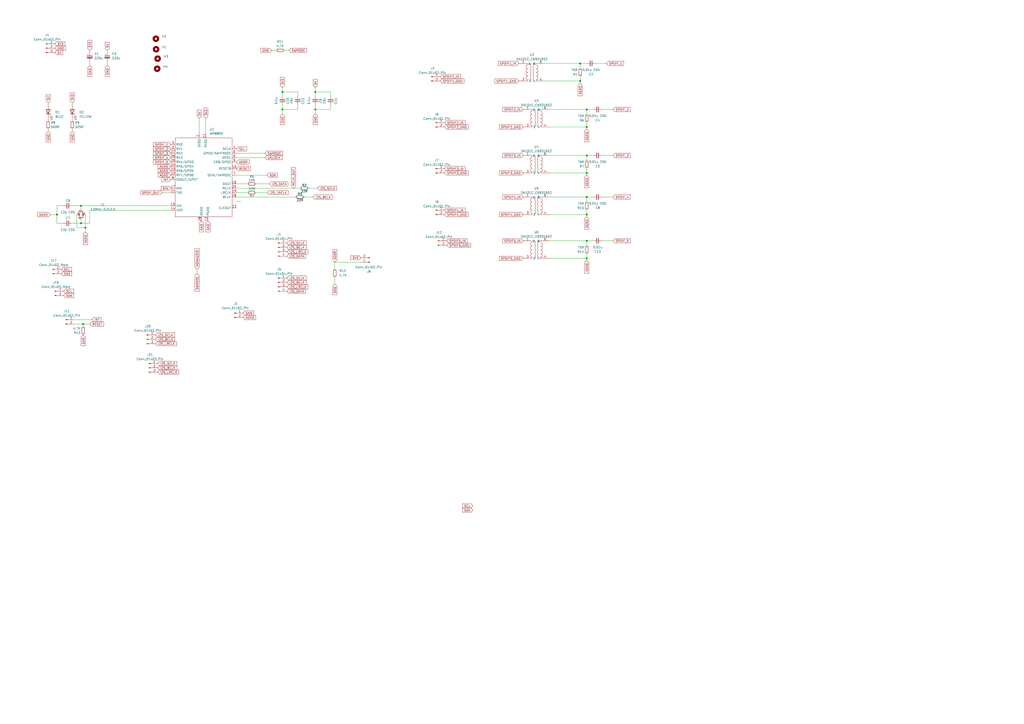
<source format=kicad_sch>
(kicad_sch (version 20231120) (generator "eeschema") (generator_version "8.0")
  (paper "A2")
  (lib_symbols
    (symbol "Connector:Conn_01x02_Pin" (pin_names (offset 1.016) hide)
      (property "Reference" "J" (at 0 2.54 0))
      (property "Value" "Conn_01x02_Pin" (at 0 -5.08 0))
      (symbol "Conn_01x02_Pin_1_1"
        (polyline (pts (xy 1.27 -2.54) (xy 0.8636 -2.54)) (stroke (width 0.1524)))
        (polyline (pts (xy 1.27 0) (xy 0.8636 0)) (stroke (width 0.1524)))
        (rectangle (start 0.8636 -2.413) (end 0 -2.667) (stroke (width 0.1524)) (fill (type outline)))
        (rectangle (start 0.8636 0.127) (end 0 -0.127) (stroke (width 0.1524)) (fill (type outline)))
        (pin passive line (at 5.08 0 180) (length 3.81) (name "Pin_1") (number "1"))
        (pin passive line (at 5.08 -2.54 180) (length 3.81) (name "Pin_2") (number "2"))
      )
    )
    (symbol "Connector:Conn_01x03_Pin" (pin_names (offset 1.016) hide)
      (property "Reference" "J" (at 0 5.08 0))
      (property "Value" "Conn_01x03_Pin" (at 0 -5.08 0))
      (symbol "Conn_01x03_Pin_1_1"
        (polyline (pts (xy 1.27 -2.54) (xy 0.8636 -2.54)) (stroke (width 0.1524)))
        (polyline (pts (xy 1.27 0) (xy 0.8636 0)) (stroke (width 0.1524)))
        (polyline (pts (xy 1.27 2.54) (xy 0.8636 2.54)) (stroke (width 0.1524)))
        (rectangle (start 0.8636 -2.413) (end 0 -2.667) (stroke (width 0.1524)) (fill (type outline)))
        (rectangle (start 0.8636 0.127) (end 0 -0.127) (stroke (width 0.1524)) (fill (type outline)))
        (rectangle (start 0.8636 2.667) (end 0 2.413) (stroke (width 0.1524)) (fill (type outline)))
        (pin passive line (at 5.08 2.54 180) (length 3.81) (name "Pin_1") (number "1"))
        (pin passive line (at 5.08 0 180) (length 3.81) (name "Pin_2") (number "2"))
        (pin passive line (at 5.08 -2.54 180) (length 3.81) (name "Pin_3") (number "3"))
      )
    )
    (symbol "Connector:Conn_01x04_Pin" (pin_names (offset 1.016) hide)
      (property "Reference" "J" (at 0 5.08 0))
      (property "Value" "Conn_01x04_Pin" (at 0 -7.62 0))
      (symbol "Conn_01x04_Pin_1_1"
        (polyline (pts (xy 1.27 -5.08) (xy 0.8636 -5.08)) (stroke (width 0.1524)))
        (polyline (pts (xy 1.27 -2.54) (xy 0.8636 -2.54)) (stroke (width 0.1524)))
        (polyline (pts (xy 1.27 0) (xy 0.8636 0)) (stroke (width 0.1524)))
        (polyline (pts (xy 1.27 2.54) (xy 0.8636 2.54)) (stroke (width 0.1524)))
        (rectangle (start 0.8636 -4.953) (end 0 -5.207) (stroke (width 0.1524)) (fill (type outline)))
        (rectangle (start 0.8636 -2.413) (end 0 -2.667) (stroke (width 0.1524)) (fill (type outline)))
        (rectangle (start 0.8636 0.127) (end 0 -0.127) (stroke (width 0.1524)) (fill (type outline)))
        (rectangle (start 0.8636 2.667) (end 0 2.413) (stroke (width 0.1524)) (fill (type outline)))
        (pin passive line (at 5.08 2.54 180) (length 3.81) (name "Pin_1") (number "1"))
        (pin passive line (at 5.08 0 180) (length 3.81) (name "Pin_2") (number "2"))
        (pin passive line (at 5.08 -2.54 180) (length 3.81) (name "Pin_3") (number "3"))
        (pin passive line (at 5.08 -5.08 180) (length 3.81) (name "Pin_4") (number "4"))
      )
    )
    (symbol "Custom:WM8805"
      (property "Reference" "U" (at 0 0 0))
      (property "Value" "WM8805" (at 0 0 0))
      (symbol "WM8805_0_1"
        (rectangle (start -16.51 54.61) (end 16.51 8.89))
      )
      (symbol "WM8805_1_1"
        (pin input line (at -2.54 57.15 270) (length 2.54) (name "DVDD") (number "1"))
        (pin input line (at 19.05 36.83 180) (length 2.54) (name "RESETB") (number "10"))
        (pin input line (at 1.27 57.15 270) (length 2.54) (name "PVDD") (number "11"))
        (pin input line (at 2.54 6.35 90) (length 2.54) (name "PGND") (number "12"))
        (pin input line (at 19.05 13.97 180) (length 2.54) (name "CLKOUT") (number "13"))
        (pin input line (at -19.05 12.7 0) (length 2.54) (name "XOP") (number "14"))
        (pin input line (at -19.05 15.24 0) (length 2.54) (name "XIN") (number "15"))
        (pin input line (at 19.05 27.94 180) (length 2.54) (name "DOUT") (number "16"))
        (pin input line (at -19.05 25.4 0) (length 2.54) (name "DIN") (number "17"))
        (pin input line (at 19.05 20.32 180) (length 2.54) (name "BCLK") (number "18"))
        (pin input line (at 19.05 22.86 180) (length 2.54) (name "LRCLK") (number "19"))
        (pin input line (at -19.05 48.26 0) (length 2.54) (name "RX1") (number "2"))
        (pin input line (at 19.05 25.4 180) (length 2.54) (name "MCLK") (number "20"))
        (pin input line (at -19.05 22.86 0) (length 2.54) (name "TX0") (number "21"))
        (pin input line (at -19.05 33.02 0) (length 2.54) (name "RX7/GPO6") (number "22"))
        (pin input line (at -19.05 35.56 0) (length 2.54) (name "RX6/GPO5") (number "23"))
        (pin input line (at -19.05 38.1 0) (length 2.54) (name "RX5/GPO4") (number "24"))
        (pin input line (at -19.05 40.64 0) (length 2.54) (name "RX4/GPO3") (number "25"))
        (pin input line (at -19.05 43.18 0) (length 2.54) (name "RX3") (number "26"))
        (pin input line (at -19.05 45.72 0) (length 2.54) (name "RX2") (number "27"))
        (pin input line (at -1.27 6.35 90) (length 2.54) (name "DGND") (number "28"))
        (pin input line (at -19.05 50.8 0) (length 2.54) (name "RX0") (number "3"))
        (pin input line (at 19.05 48.26 180) (length 2.54) (name "SCLK") (number "4"))
        (pin input line (at 19.05 45.72 180) (length 2.54) (name "GPO0/SWIFMODE") (number "5"))
        (pin input line (at 19.05 43.18 180) (length 2.54) (name "GPO1") (number "6"))
        (pin input line (at 19.05 33.02 180) (length 2.54) (name "SDIN/HWMODE") (number "7"))
        (pin input line (at -19.05 30.48 0) (length 2.54) (name "SDOUT/GPO7") (number "8"))
        (pin input line (at 19.05 40.64 180) (length 2.54) (name "CSB/GPO2") (number "9"))
      )
    )
    (symbol "Device:C_Polarized_Small" (pin_numbers hide) (pin_names (offset 0.254) hide)
      (property "Reference" "C" (at 0.254 1.778 0))
      (property "Value" "C_Polarized_Small" (at 0.254 -2.032 0))
      (symbol "C_Polarized_Small_0_1"
        (rectangle (start -1.524 -0.3048) (end 1.524 -0.6858) (fill (type outline)))
        (rectangle (start -1.524 0.6858) (end 1.524 0.3048))
        (polyline (pts (xy -1.27 1.524) (xy -0.762 1.524)))
        (polyline (pts (xy -1.016 1.27) (xy -1.016 1.778)))
      )
      (symbol "C_Polarized_Small_1_1"
        (pin passive line (at 0 2.54 270) (length 1.8542) (name "~") (number "1"))
        (pin passive line (at 0 -2.54 90) (length 1.8542) (name "~") (number "2"))
      )
    )
    (symbol "Device:C_Small" (pin_numbers hide) (pin_names (offset 0.254) hide)
      (property "Reference" "C" (at 0.254 1.778 0))
      (property "Value" "C_Small" (at 0.254 -2.032 0))
      (symbol "C_Small_0_1"
        (polyline (pts (xy -1.524 -0.508) (xy 1.524 -0.508)) (stroke (width 0.3302)))
        (polyline (pts (xy -1.524 0.508) (xy 1.524 0.508)) (stroke (width 0.3048)))
      )
      (symbol "C_Small_1_1"
        (pin passive line (at 0 2.54 270) (length 2.032) (name "~") (number "1"))
        (pin passive line (at 0 -2.54 90) (length 2.032) (name "~") (number "2"))
      )
    )
    (symbol "Device:Crystal_GND24_Small" (pin_names (offset 1.016) hide)
      (property "Reference" "Y" (at 1.27 4.445 0))
      (property "Value" "Crystal_GND24_Small" (at 1.27 2.54 0))
      (symbol "Crystal_GND24_Small_0_1"
        (rectangle (start -0.762 -1.524) (end 0.762 1.524))
        (polyline (pts (xy -1.27 -0.762) (xy -1.27 0.762)) (stroke (width 0.381)))
        (polyline (pts (xy 1.27 -0.762) (xy 1.27 0.762)) (stroke (width 0.381)))
        (polyline (pts (xy -1.27 -1.27) (xy -1.27 -1.905) (xy 1.27 -1.905) (xy 1.27 -1.27)))
        (polyline (pts (xy -1.27 1.27) (xy -1.27 1.905) (xy 1.27 1.905) (xy 1.27 1.27)))
      )
      (symbol "Crystal_GND24_Small_1_1"
        (pin passive line (at -2.54 0 0) (length 1.27) (name "1") (number "1"))
        (pin passive line (at 0 -2.54 90) (length 0.635) (name "2") (number "2"))
        (pin passive line (at 2.54 0 180) (length 1.27) (name "3") (number "3"))
        (pin passive line (at 0 2.54 270) (length 0.635) (name "4") (number "4"))
      )
    )
    (symbol "Device:LED" (pin_numbers hide) (pin_names (offset 1.016) hide)
      (property "Reference" "D" (at 0 2.54 0))
      (property "Value" "LED" (at 0 -2.54 0))
      (symbol "LED_0_1"
        (polyline (pts (xy -1.27 -1.27) (xy -1.27 1.27)) (stroke (width 0.254)))
        (polyline (pts (xy -1.27 0) (xy 1.27 0)))
        (polyline (pts (xy 1.27 -1.27) (xy 1.27 1.27) (xy -1.27 0) (xy 1.27 -1.27)) (stroke (width 0.254)))
        (polyline (pts (xy -3.048 -0.762) (xy -4.572 -2.286) (xy -3.81 -2.286) (xy -4.572 -2.286) (xy -4.572 -1.524)))
        (polyline (pts (xy -1.778 -0.762) (xy -3.302 -2.286) (xy -2.54 -2.286) (xy -3.302 -2.286) (xy -3.302 -1.524)))
      )
      (symbol "LED_1_1"
        (pin passive line (at -3.81 0 0) (length 2.54) (name "K") (number "1"))
        (pin passive line (at 3.81 0 180) (length 2.54) (name "A") (number "2"))
      )
    )
    (symbol "Device:R_Small" (pin_numbers hide) (pin_names (offset 0.254) hide)
      (property "Reference" "R" (at 0.762 0.508 0))
      (property "Value" "R_Small" (at 0.762 -1.016 0))
      (symbol "R_Small_0_1"
        (rectangle (start -0.762 1.778) (end 0.762 -1.778) (stroke (width 0.2032)))
      )
      (symbol "R_Small_1_1"
        (pin passive line (at 0 2.54 270) (length 0.762) (name "~") (number "1"))
        (pin passive line (at 0 -2.54 90) (length 0.762) (name "~") (number "2"))
      )
    )
    (symbol "Mechanical:MountingHole" (pin_names (offset 1.016)) (exclude_from_sim yes) (in_bom no)
      (property "Reference" "H" (at 0 5.08 0))
      (property "Value" "MountingHole" (at 0 3.175 0))
      (symbol "MountingHole_0_1"
        (circle (center 0 0) (radius 1.27) (stroke (width 1.27)))
      )
    )
    (symbol "easyeda2kicad:DA101C_C6931652"
      (property "Reference" "U" (at 0 10.16 0))
      (property "Value" "DA101C_C6931652" (at 0 -10.16 0))
      (symbol "DA101C_C6931652_0_1"
        (arc (start -2.54 -2.3) (mid -3.4695 -3.31) (end -2.54 -4.32))
        (arc (start -2.54 -0.14) (mid -3.4545 -1.15) (end -2.54 -2.16))
        (arc (start -2.54 2.01) (mid -3.4545 1) (end -2.54 -0.01))
        (arc (start -2.54 4.2) (mid -3.4695 3.19) (end -2.54 2.18))
        (circle (center -1.52 4.83) (radius 0.38))
        (polyline (pts (xy -2.54 -5.08) (xy -2.54 -4.32)))
        (polyline (pts (xy -2.54 4.32) (xy -2.54 5.08)))
        (polyline (pts (xy -0.76 5.08) (xy -0.76 -5.08)))
        (polyline (pts (xy 0.76 5.08) (xy 0.76 -5.08)))
        (polyline (pts (xy 2.54 -5.08) (xy 2.54 -4.06)))
        (polyline (pts (xy 2.54 4.57) (xy 2.54 5.08)))
        (circle (center 1.52 4.83) (radius 0.38))
        (arc (start 2.54 -4.46) (mid 3.4599 -3.445) (end 2.54 -2.43))
        (arc (start 2.54 -2.26) (mid 3.4787 -1.25) (end 2.54 -0.24))
        (arc (start 2.54 -0.11) (mid 3.4787 0.9) (end 2.54 1.91))
        (arc (start 2.54 2.04) (mid 3.4558 3.05) (end 2.54 4.06))
        (pin unspecified line (at -7.62 5.08 0) (length 5.08) (name "1") (number "1"))
        (pin unspecified line (at -7.62 -5.08 0) (length 5.08) (name "3") (number "3"))
        (pin unspecified line (at 7.62 -5.08 180) (length 5.08) (name "4") (number "4"))
        (pin unspecified line (at 7.62 5.08 180) (length 5.08) (name "6") (number "6"))
      )
    )
  )
  (junction (at 340.36 63.5))
  (junction (at 336.55 36.83))
  (junction (at 182.88 63.5))
  (junction (at 340.36 90.17))
  (junction (at 340.36 73.66))
  (junction (at 182.88 53.34))
  (junction (at 163.83 53.34))
  (junction (at 336.55 46.99))
  (junction (at 163.83 63.5))
  (junction (at 46.99 129.54))
  (junction (at 340.36 139.7))
  (junction (at 340.36 114.3))
  (junction (at 46.99 119.38))
  (junction (at 340.36 149.86))
  (junction (at 33.02 124.46))
  (junction (at 48.26 187.96))
  (junction (at 340.36 100.33))
  (junction (at 340.36 124.46))
  (junction (at 49.53 132.08))
  (wire (pts (xy 33.02 119.38) (xy 33.02 124.46)))
  (wire (pts (xy 172.72 55.88) (xy 172.72 53.34)))
  (wire (pts (xy 340.36 92.71) (xy 340.36 90.17)))
  (wire (pts (xy 33.02 124.46) (xy 33.02 129.54)))
  (wire (pts (xy 44.45 124.46) (xy 44.45 132.08)))
  (wire (pts (xy 340.36 121.92) (xy 340.36 124.46)))
  (wire (pts (xy 27.94 74.93) (xy 27.94 76.2)))
  (wire (pts (xy 41.91 60.96) (xy 41.91 59.69)))
  (wire (pts (xy 340.36 124.46) (xy 340.36 125.73)))
  (wire (pts (xy 340.36 97.79) (xy 340.36 100.33)))
  (wire (pts (xy 336.55 39.37) (xy 336.55 36.83)))
  (wire (pts (xy 318.77 100.33) (xy 340.36 100.33)))
  (wire (pts (xy 191.77 60.96) (xy 191.77 63.5)))
  (wire (pts (xy 49.53 124.46) (xy 49.53 132.08)))
  (wire (pts (xy 157.48 29.21) (xy 160.02 29.21)))
  (wire (pts (xy 52.07 29.21) (xy 52.07 30.48)))
  (wire (pts (xy 48.26 187.96) (xy 43.18 187.96)))
  (wire (pts (xy 351.79 36.83) (xy 345.44 36.83)))
  (wire (pts (xy 182.88 66.04) (xy 182.88 63.5)))
  (wire (pts (xy 49.53 132.08) (xy 49.53 134.62)))
  (wire (pts (xy 46.99 119.38) (xy 99.06 119.38)))
  (wire (pts (xy 344.17 63.5) (xy 340.36 63.5)))
  (wire (pts (xy 316.23 46.99) (xy 336.55 46.99)))
  (wire (pts (xy 41.91 129.54) (xy 46.99 129.54)))
  (wire (pts (xy 163.83 55.88) (xy 163.83 53.34)))
  (wire (pts (xy 344.17 114.3) (xy 340.36 114.3)))
  (wire (pts (xy 163.83 53.34) (xy 163.83 50.8)))
  (wire (pts (xy 143.51 111.76) (xy 137.16 111.76)))
  (wire (pts (xy 340.36 66.04) (xy 340.36 63.5)))
  (wire (pts (xy 191.77 53.34) (xy 182.88 53.34)))
  (wire (pts (xy 340.36 36.83) (xy 336.55 36.83)))
  (wire (pts (xy 344.17 139.7) (xy 340.36 139.7)))
  (wire (pts (xy 46.99 119.38) (xy 46.99 121.92)))
  (wire (pts (xy 165.1 29.21) (xy 167.64 29.21)))
  (wire (pts (xy 355.6 114.3) (xy 349.25 114.3)))
  (wire (pts (xy 153.67 91.44) (xy 137.16 91.44)))
  (wire (pts (xy 182.88 55.88) (xy 182.88 53.34)))
  (wire (pts (xy 172.72 53.34) (xy 163.83 53.34)))
  (wire (pts (xy 355.6 139.7) (xy 349.25 139.7)))
  (wire (pts (xy 340.36 142.24) (xy 340.36 139.7)))
  (wire (pts (xy 355.6 90.17) (xy 349.25 90.17)))
  (wire (pts (xy 62.23 38.1) (xy 62.23 35.56)))
  (wire (pts (xy 172.72 60.96) (xy 172.72 63.5)))
  (wire (pts (xy 194.2154 164.7612) (xy 194.2154 160.9512)))
  (wire (pts (xy 143.51 106.68) (xy 137.16 106.68)))
  (wire (pts (xy 171.45 114.3) (xy 137.16 114.3)))
  (wire (pts (xy 48.26 189.23) (xy 48.26 187.96)))
  (wire (pts (xy 318.77 139.7) (xy 340.36 139.7)))
  (wire (pts (xy 316.23 36.83) (xy 336.55 36.83)))
  (wire (pts (xy 355.6 63.5) (xy 349.25 63.5)))
  (wire (pts (xy 53.34 185.42) (xy 43.18 185.42)))
  (wire (pts (xy 119.38 68.58) (xy 119.38 77.47)))
  (wire (pts (xy 172.72 63.5) (xy 163.83 63.5)))
  (wire (pts (xy 153.67 88.9) (xy 137.16 88.9)))
  (wire (pts (xy 194.2154 152.0612) (xy 209.4554 152.0612)))
  (wire (pts (xy 156.21 106.68) (xy 148.59 106.68)))
  (wire (pts (xy 182.88 63.5) (xy 182.88 60.96)))
  (wire (pts (xy 139.7 116.84) (xy 137.16 116.84)))
  (wire (pts (xy 41.91 74.93) (xy 41.91 76.2)))
  (wire (pts (xy 93.98 111.76) (xy 99.06 111.76)))
  (wire (pts (xy 52.07 121.92) (xy 52.07 129.54)))
  (wire (pts (xy 29.21 124.46) (xy 33.02 124.46)))
  (wire (pts (xy 344.17 90.17) (xy 340.36 90.17)))
  (wire (pts (xy 52.07 121.92) (xy 99.06 121.92)))
  (wire (pts (xy 340.36 149.86) (xy 340.36 151.13)))
  (wire (pts (xy 191.77 63.5) (xy 182.88 63.5)))
  (wire (pts (xy 46.99 129.54) (xy 46.99 127)))
  (wire (pts (xy 191.77 55.88) (xy 191.77 53.34)))
  (wire (pts (xy 336.55 46.99) (xy 336.55 48.26)))
  (wire (pts (xy 52.07 187.96) (xy 48.26 187.96)))
  (wire (pts (xy 163.83 63.5) (xy 163.83 60.96)))
  (wire (pts (xy 182.88 53.34) (xy 182.88 50.8)))
  (wire (pts (xy 173.99 109.22) (xy 137.16 109.22)))
  (wire (pts (xy 184.15 109.22) (xy 179.07 109.22)))
  (wire (pts (xy 181.61 114.3) (xy 176.53 114.3)))
  (wire (pts (xy 33.02 129.54) (xy 36.83 129.54)))
  (wire (pts (xy 27.94 60.96) (xy 27.94 59.69)))
  (wire (pts (xy 340.36 73.66) (xy 340.36 74.93)))
  (wire (pts (xy 340.36 147.32) (xy 340.36 149.86)))
  (wire (pts (xy 318.77 124.46) (xy 340.36 124.46)))
  (wire (pts (xy 52.07 129.54) (xy 46.99 129.54)))
  (wire (pts (xy 340.36 71.12) (xy 340.36 73.66)))
  (wire (pts (xy 154.94 111.76) (xy 148.59 111.76)))
  (wire (pts (xy 318.77 114.3) (xy 340.36 114.3)))
  (wire (pts (xy 52.07 38.1) (xy 52.07 35.56)))
  (wire (pts (xy 154.94 101.6) (xy 137.16 101.6)))
  (wire (pts (xy 340.36 100.33) (xy 340.36 101.6)))
  (wire (pts (xy 194.2154 155.8712) (xy 194.2154 152.0612)))
  (wire (pts (xy 318.77 90.17) (xy 340.36 90.17)))
  (wire (pts (xy 41.91 69.85) (xy 41.91 68.58)))
  (wire (pts (xy 340.36 116.84) (xy 340.36 114.3)))
  (wire (pts (xy 318.77 149.86) (xy 340.36 149.86)))
  (wire (pts (xy 44.45 132.08) (xy 49.53 132.08)))
  (wire (pts (xy 318.77 73.66) (xy 340.36 73.66)))
  (wire (pts (xy 36.83 119.38) (xy 33.02 119.38)))
  (wire (pts (xy 114.3 158.75) (xy 114.3 156.21)))
  (wire (pts (xy 163.83 66.04) (xy 163.83 63.5)))
  (wire (pts (xy 318.77 63.5) (xy 340.36 63.5)))
  (wire (pts (xy 41.91 119.38) (xy 46.99 119.38)))
  (wire (pts (xy 115.57 68.58) (xy 115.57 77.47)))
  (wire (pts (xy 336.55 44.45) (xy 336.55 46.99)))
  (wire (pts (xy 62.23 29.21) (xy 62.23 30.48)))
  (wire (pts (xy 27.94 69.85) (xy 27.94 68.58)))
  (global_label "RESET" (shape input) (at 137.16 97.79 0) (property "Intersheetrefs" "${INTERSHEET_REFS}" (effects (hide yes))))
  (global_label "GND" (shape input) (at 62.23 38.1 270) (property "Intersheetrefs" "${INTERSHEET_REFS}" (effects (hide yes))))
  (global_label "UNLOCK" (shape input) (at 153.67 91.44 0) (property "Intersheetrefs" "${INTERSHEET_REFS}" (effects (hide yes))))
  (global_label "I2S_LRCLK" (shape input) (at 91.44 215.9 0) (property "Intersheetrefs" "${INTERSHEET_REFS}" (effects (hide yes))))
  (global_label "SDA" (shape input) (at 35.56 158.75 0) (property "Intersheetrefs" "${INTERSHEET_REFS}" (effects (hide yes))))
  (global_label "AGND" (shape input) (at 99.06 99.06 180) (property "Intersheetrefs" "${INTERSHEET_REFS}" (effects (hide yes))))
  (global_label "AGND" (shape input) (at 29.21 124.46 180) (property "Intersheetrefs" "${INTERSHEET_REFS}" (effects (hide yes))))
  (global_label "GND" (shape input) (at 52.07 38.1 270) (property "Intersheetrefs" "${INTERSHEET_REFS}" (effects (hide yes))))
  (global_label "I2S_BCLK" (shape input) (at 166.37 143.51 0) (property "Intersheetrefs" "${INTERSHEET_REFS}" (effects (hide yes))))
  (global_label "SPDIF_4" (shape input) (at 99.06 91.44 180) (property "Intersheetrefs" "${INTERSHEET_REFS}" (effects (hide yes))))
  (global_label "I2S_BCLK" (shape input) (at 91.44 213.36 0) (property "Intersheetrefs" "${INTERSHEET_REFS}" (effects (hide yes))))
  (global_label "SPDIF2_IN" (shape input) (at 303.53 63.5 180) (property "Intersheetrefs" "${INTERSHEET_REFS}" (effects (hide yes))))
  (global_label "3V3" (shape input) (at 119.38 68.58 90) (property "Intersheetrefs" "${INTERSHEET_REFS}" (effects (hide yes))))
  (global_label "SPDIF_5" (shape input) (at 99.06 93.98 180) (property "Intersheetrefs" "${INTERSHEET_REFS}" (effects (hide yes))))
  (global_label "SPDIF1_IN" (shape input) (at 255.27 44.45 0) (property "Intersheetrefs" "${INTERSHEET_REFS}" (effects (hide yes))))
  (global_label "I2S_SCLK" (shape input) (at 90.17 194.31 0) (property "Intersheetrefs" "${INTERSHEET_REFS}" (effects (hide yes))))
  (global_label "AGND" (shape input) (at 340.36 101.6 270) (property "Intersheetrefs" "${INTERSHEET_REFS}" (effects (hide yes))))
  (global_label "SPDIF_1" (shape input) (at 351.79 36.83 0) (property "Intersheetrefs" "${INTERSHEET_REFS}" (effects (hide yes))))
  (global_label "SPDIF3_IN" (shape input) (at 257.81 97.79 0) (property "Intersheetrefs" "${INTERSHEET_REFS}" (effects (hide yes))))
  (global_label "5V" (shape input) (at 62.23 29.21 90) (property "Intersheetrefs" "${INTERSHEET_REFS}" (effects (hide yes))))
  (global_label "SPDIF_3" (shape input) (at 99.06 88.9 180) (property "Intersheetrefs" "${INTERSHEET_REFS}" (effects (hide yes))))
  (global_label "5V" (shape input) (at 182.88 50.8 90) (property "Intersheetrefs" "${INTERSHEET_REFS}" (effects (hide yes))))
  (global_label "ADDR" (shape input) (at 137.16 93.98 0) (property "Intersheetrefs" "${INTERSHEET_REFS}" (effects (hide yes))))
  (global_label "MCLK_OUT" (shape input) (at 170.18 109.22 90) (property "Intersheetrefs" "${INTERSHEET_REFS}" (effects (hide yes))))
  (global_label "SCL" (shape input) (at 137.16 86.36 0) (property "Intersheetrefs" "${INTERSHEET_REFS}" (effects (hide yes))))
  (global_label "I2S_BCLK" (shape input) (at 166.37 163.83 0) (property "Intersheetrefs" "${INTERSHEET_REFS}" (effects (hide yes))))
  (global_label "3V3" (shape input) (at 31.75 25.4 0) (property "Intersheetrefs" "${INTERSHEET_REFS}" (effects (hide yes))))
  (global_label "SPDIF3_GND" (shape input) (at 303.53 100.33 180) (property "Intersheetrefs" "${INTERSHEET_REFS}" (effects (hide yes))))
  (global_label "INT" (shape input) (at 99.06 104.14 180) (property "Intersheetrefs" "${INTERSHEET_REFS}" (effects (hide yes))))
  (global_label "AGND" (shape input) (at 336.55 48.26 270) (property "Intersheetrefs" "${INTERSHEET_REFS}" (effects (hide yes))))
  (global_label "AGND" (shape input) (at 340.36 125.73 270) (property "Intersheetrefs" "${INTERSHEET_REFS}" (effects (hide yes))))
  (global_label "GND" (shape input) (at 140.97 181.61 0) (property "Intersheetrefs" "${INTERSHEET_REFS}" (effects (hide yes))))
  (global_label "SPDIF1_GND" (shape input) (at 255.27 46.99 0) (property "Intersheetrefs" "${INTERSHEET_REFS}" (effects (hide yes))))
  (global_label "SDA" (shape input) (at 154.94 101.6 0) (property "Intersheetrefs" "${INTERSHEET_REFS}" (effects (hide yes))))
  (global_label "SPDIF_3" (shape input) (at 355.6 90.17 0) (property "Intersheetrefs" "${INTERSHEET_REFS}" (effects (hide yes))))
  (global_label "SPDIF1_GND" (shape input) (at 300.99 46.99 180) (property "Intersheetrefs" "${INTERSHEET_REFS}" (effects (hide yes))))
  (global_label "AGND" (shape input) (at 99.06 101.6 180) (property "Intersheetrefs" "${INTERSHEET_REFS}" (effects (hide yes))))
  (global_label "AGND" (shape input) (at 140.97 184.15 0) (property "Intersheetrefs" "${INTERSHEET_REFS}" (effects (hide yes))))
  (global_label "SDA" (shape input) (at 36.83 171.45 0) (property "Intersheetrefs" "${INTERSHEET_REFS}" (effects (hide yes))))
  (global_label "SCL" (shape input) (at 274.32 293.37 180) (property "Intersheetrefs" "${INTERSHEET_REFS}" (effects (hide yes))))
  (global_label "I2S_LRCLK" (shape input) (at 90.17 199.39 0) (property "Intersheetrefs" "${INTERSHEET_REFS}" (effects (hide yes))))
  (global_label "5V" (shape input) (at 115.57 68.58 90) (property "Intersheetrefs" "${INTERSHEET_REFS}" (effects (hide yes))))
  (global_label "GND" (shape input) (at 182.88 66.04 270) (property "Intersheetrefs" "${INTERSHEET_REFS}" (effects (hide yes))))
  (global_label "GND" (shape input) (at 116.84 128.27 270) (property "Intersheetrefs" "${INTERSHEET_REFS}" (effects (hide yes))))
  (global_label "GND" (shape input) (at 194.2154 164.7612 270) (property "Intersheetrefs" "${INTERSHEET_REFS}" (effects (hide yes))))
  (global_label "I2S_SCLK" (shape input) (at 91.44 210.82 0) (property "Intersheetrefs" "${INTERSHEET_REFS}" (effects (hide yes))))
  (global_label "GND" (shape input) (at 27.94 76.2 270) (property "Intersheetrefs" "${INTERSHEET_REFS}" (effects (hide yes))))
  (global_label "I2S_LRCLK" (shape input) (at 166.37 166.37 0) (property "Intersheetrefs" "${INTERSHEET_REFS}" (effects (hide yes))))
  (global_label "GND" (shape input) (at 48.26 194.31 270) (property "Intersheetrefs" "${INTERSHEET_REFS}" (effects (hide yes))))
  (global_label "SDA" (shape input) (at 274.32 295.91 180) (property "Intersheetrefs" "${INTERSHEET_REFS}" (effects (hide yes))))
  (global_label "SPDIF2_IN" (shape input) (at 257.81 71.12 0) (property "Intersheetrefs" "${INTERSHEET_REFS}" (effects (hide yes))))
  (global_label "I2S_DATA" (shape input) (at 166.37 168.91 0) (property "Intersheetrefs" "${INTERSHEET_REFS}" (effects (hide yes))))
  (global_label "SPDIF4_IN" (shape input) (at 303.53 114.3 180) (property "Intersheetrefs" "${INTERSHEET_REFS}" (effects (hide yes))))
  (global_label "AGND" (shape input) (at 340.36 74.93 270) (property "Intersheetrefs" "${INTERSHEET_REFS}" (effects (hide yes))))
  (global_label "SPDIF3_GND" (shape input) (at 257.81 100.33 0) (property "Intersheetrefs" "${INTERSHEET_REFS}" (effects (hide yes))))
  (global_label "AGND" (shape input) (at 99.06 96.52 180) (property "Intersheetrefs" "${INTERSHEET_REFS}" (effects (hide yes))))
  (global_label "GND" (shape input) (at 41.91 76.2 270) (property "Intersheetrefs" "${INTERSHEET_REFS}" (effects (hide yes))))
  (global_label "GND" (shape input) (at 31.75 27.94 0) (property "Intersheetrefs" "${INTERSHEET_REFS}" (effects (hide yes))))
  (global_label "GND" (shape input) (at 157.48 29.21 180) (property "Intersheetrefs" "${INTERSHEET_REFS}" (effects (hide yes))))
  (global_label "I2S_LRCLK" (shape input) (at 154.94 111.76 0) (property "Intersheetrefs" "${INTERSHEET_REFS}" (effects (hide yes))))
  (global_label "SPDIF_2" (shape input) (at 99.06 86.36 180) (property "Intersheetrefs" "${INTERSHEET_REFS}" (effects (hide yes))))
  (global_label "RESET" (shape input) (at 52.07 187.96 0) (property "Intersheetrefs" "${INTERSHEET_REFS}" (effects (hide yes))))
  (global_label "SWMODE" (shape input) (at 153.67 88.9 0) (property "Intersheetrefs" "${INTERSHEET_REFS}" (effects (hide yes))))
  (global_label "SPDIF2_GND" (shape input) (at 303.53 73.66 180) (property "Intersheetrefs" "${INTERSHEET_REFS}" (effects (hide yes))))
  (global_label "SPDIF2_GND" (shape input) (at 257.81 73.66 0) (property "Intersheetrefs" "${INTERSHEET_REFS}" (effects (hide yes))))
  (global_label "SPDIF5_GND" (shape input) (at 259.08 142.24 0) (property "Intersheetrefs" "${INTERSHEET_REFS}" (effects (hide yes))))
  (global_label "SPDIF_OUT" (shape input) (at 93.98 111.76 180) (property "Intersheetrefs" "${INTERSHEET_REFS}" (effects (hide yes))))
  (global_label "I2S_BCLK" (shape input) (at 90.17 196.85 0) (property "Intersheetrefs" "${INTERSHEET_REFS}" (effects (hide yes))))
  (global_label "ADDR" (shape input) (at 194.2154 152.0612 90) (property "Intersheetrefs" "${INTERSHEET_REFS}" (effects (hide yes))))
  (global_label "SPDIF4_GND" (shape input) (at 257.81 124.46 0) (property "Intersheetrefs" "${INTERSHEET_REFS}" (effects (hide yes))))
  (global_label "I2S_BCLK" (shape input) (at 181.61 114.3 0) (property "Intersheetrefs" "${INTERSHEET_REFS}" (effects (hide yes))))
  (global_label "GND" (shape input) (at 120.65 128.27 270) (property "Intersheetrefs" "${INTERSHEET_REFS}" (effects (hide yes))))
  (global_label "SPDIF_1" (shape input) (at 99.06 83.82 180) (property "Intersheetrefs" "${INTERSHEET_REFS}" (effects (hide yes))))
  (global_label "I2S_LRCLK" (shape input) (at 166.37 146.05 0) (property "Intersheetrefs" "${INTERSHEET_REFS}" (effects (hide yes))))
  (global_label "3V3" (shape input) (at 41.91 59.69 90) (property "Intersheetrefs" "${INTERSHEET_REFS}" (effects (hide yes))))
  (global_label "NONAUDIO" (shape input) (at 114.3 156.21 90) (property "Intersheetrefs" "${INTERSHEET_REFS}" (effects (hide yes))))
  (global_label "3V3" (shape input) (at 163.83 50.8 90) (property "Intersheetrefs" "${INTERSHEET_REFS}" (effects (hide yes))))
  (global_label "SPDIF_2" (shape input) (at 355.6 63.5 0) (property "Intersheetrefs" "${INTERSHEET_REFS}" (effects (hide yes))))
  (global_label "5V" (shape input) (at 31.75 30.48 0) (property "Intersheetrefs" "${INTERSHEET_REFS}" (effects (hide yes))))
  (global_label "I2S_DATA" (shape input) (at 166.37 148.59 0) (property "Intersheetrefs" "${INTERSHEET_REFS}" (effects (hide yes))))
  (global_label "SWMODE" (shape input) (at 167.64 29.21 0) (property "Intersheetrefs" "${INTERSHEET_REFS}" (effects (hide yes))))
  (global_label "SPDIF4_GND" (shape input) (at 303.53 124.46 180) (property "Intersheetrefs" "${INTERSHEET_REFS}" (effects (hide yes))))
  (global_label "I2S_SCLK" (shape input) (at 184.15 109.22 0) (property "Intersheetrefs" "${INTERSHEET_REFS}" (effects (hide yes))))
  (global_label "I2S_SCLK" (shape input) (at 166.37 140.97 0) (property "Intersheetrefs" "${INTERSHEET_REFS}" (effects (hide yes))))
  (global_label "3V3" (shape input) (at 52.07 29.21 90) (property "Intersheetrefs" "${INTERSHEET_REFS}" (effects (hide yes))))
  (global_label "AGND" (shape input) (at 340.36 151.13 270) (property "Intersheetrefs" "${INTERSHEET_REFS}" (effects (hide yes))))
  (global_label "SCL" (shape input) (at 36.83 168.91 0) (property "Intersheetrefs" "${INTERSHEET_REFS}" (effects (hide yes))))
  (global_label "SPDIF_4" (shape input) (at 355.6 114.3 0) (property "Intersheetrefs" "${INTERSHEET_REFS}" (effects (hide yes))))
  (global_label "DIN" (shape input) (at 99.06 109.22 180) (property "Intersheetrefs" "${INTERSHEET_REFS}" (effects (hide yes))))
  (global_label "SPDIF3_IN" (shape input) (at 303.53 90.17 180) (property "Intersheetrefs" "${INTERSHEET_REFS}" (effects (hide yes))))
  (global_label "3V3" (shape input) (at 209.4554 149.5212 180) (property "Intersheetrefs" "${INTERSHEET_REFS}" (effects (hide yes))))
  (global_label "GND" (shape input) (at 163.83 66.04 270) (property "Intersheetrefs" "${INTERSHEET_REFS}" (effects (hide yes))))
  (global_label "SPDIF5_GND" (shape input) (at 303.53 149.86 180) (property "Intersheetrefs" "${INTERSHEET_REFS}" (effects (hide yes))))
  (global_label "SPDIF5_IN" (shape input) (at 303.53 139.7 180) (property "Intersheetrefs" "${INTERSHEET_REFS}" (effects (hide yes))))
  (global_label "SPDIF1_IN" (shape input) (at 300.99 36.83 180) (property "Intersheetrefs" "${INTERSHEET_REFS}" (effects (hide yes))))
  (global_label "AGND" (shape input) (at 49.53 134.62 270) (property "Intersheetrefs" "${INTERSHEET_REFS}" (effects (hide yes))))
  (global_label "INT" (shape input) (at 53.34 185.42 0) (property "Intersheetrefs" "${INTERSHEET_REFS}" (effects (hide yes))))
  (global_label "5V" (shape input) (at 27.94 59.69 90) (property "Intersheetrefs" "${INTERSHEET_REFS}" (effects (hide yes))))
  (global_label "SPDIF5_IN" (shape input) (at 259.08 139.7 0) (property "Intersheetrefs" "${INTERSHEET_REFS}" (effects (hide yes))))
  (global_label "I2S_SCLK" (shape input) (at 166.37 161.29 0) (property "Intersheetrefs" "${INTERSHEET_REFS}" (effects (hide yes))))
  (global_label "SPDIF_5" (shape input) (at 355.6 139.7 0) (property "Intersheetrefs" "${INTERSHEET_REFS}" (effects (hide yes))))
  (global_label "SPDIF4_IN" (shape input) (at 257.81 121.92 0) (property "Intersheetrefs" "${INTERSHEET_REFS}" (effects (hide yes))))
  (global_label "SWMODE" (shape input) (at 114.3 158.75 270) (property "Intersheetrefs" "${INTERSHEET_REFS}" (effects (hide yes))))
  (global_label "I2S_DATA" (shape input) (at 156.21 106.68 0) (property "Intersheetrefs" "${INTERSHEET_REFS}" (effects (hide yes))))
  (global_label "SCL" (shape input) (at 35.56 156.21 0) (property "Intersheetrefs" "${INTERSHEET_REFS}" (effects (hide yes))))
  (symbol (lib_id "Device:R_Small") (at 146.05 111.76 90) (unit 1)
    (property "Reference" "R4" (at 146.05 113.538 90))
    (property "Value" "22R" (at 146.05 109.601 90))
    (property "Footprint" "Resistor_SMD:R_0805_2012Metric_Pad1.20x1.40mm_HandSolder" (effects (hide yes)))
    (property "Description" "Resistor, small symbol" (effects (hide yes)))
  )
  (symbol (lib_id "Connector:Conn_01x02_Pin") (at 254 139.7 0) (unit 1)
    (property "Reference" "J12" (at 254.635 134.874 0))
    (property "Value" "Conn_01x02_Pin" (at 254.635 137.414 0))
    (property "Footprint" "Connector_JST:JST_XH_B2B-XH-A_1x02_P2.50mm_Vertical" (effects (hide yes)))
    (property "Description" "Generic connector, single row, 01x02, script generated" (effects (hide yes)))
  )
  (symbol (lib_id "easyeda2kicad:DA101C_C6931652") (at 311.15 119.38 0) (unit 1)
    (property "Reference" "U5" (at 311.1546 109.22 0))
    (property "Value" "DA101C_C6931652" (at 311.1546 111.76 0))
    (property "Footprint" "easyeda2kicad:XFMR-TH_4P-L9.5-W9.0-P5.08-LS10.2_C9900096976" (effects (hide yes)))
    (property "LCSC Part" "C6931652" (effects (hide yes)))
  )
  (symbol (lib_id "Connector:Conn_01x04_Pin") (at 161.29 143.51 0) (unit 1)
    (property "Reference" "J1" (at 161.925 135.89 0))
    (property "Value" "Conn_01x04_Pin" (at 161.925 138.43 0))
    (property "Footprint" "Connector_JST:JST_PH_B4B-PH-K_1x04_P2.00mm_Vertical" (effects (hide yes)))
    (property "Description" "Generic connector, single row, 01x04, script generated" (effects (hide yes)))
  )
  (symbol (lib_id "easyeda2kicad:DA101C_C6931652") (at 311.15 144.78 0) (unit 1)
    (property "Reference" "U6" (at 311.1546 134.62 0))
    (property "Value" "DA101C_C6931652" (at 311.1546 137.16 0))
    (property "Footprint" "easyeda2kicad:XFMR-TH_4P-L9.5-W9.0-P5.08-LS10.2_C9900096976" (effects (hide yes)))
    (property "LCSC Part" "C6931652" (effects (hide yes)))
  )
  (symbol (lib_id "Device:R_Small") (at 340.36 68.58 0) (unit 1)
    (property "Reference" "R6" (at 338.836 69.85 0) (effects (justify right)))
    (property "Value" "75R" (at 338.836 67.31 0) (effects (justify right)))
    (property "Footprint" "Resistor_SMD:R_0603_1608Metric_Pad0.98x0.95mm_HandSolder" (effects (hide yes)))
    (property "Description" "Resistor, small symbol" (effects (hide yes)))
    (property "Mouser" "71-CRCW0603-75-E3" (effects (hide yes)))
  )
  (symbol (lib_id "easyeda2kicad:DA101C_C6931652") (at 311.15 68.58 0) (unit 1)
    (property "Reference" "U3" (at 311.1546 58.42 0))
    (property "Value" "DA101C_C6931652" (at 311.1546 60.96 0))
    (property "Footprint" "easyeda2kicad:XFMR-TH_4P-L9.5-W9.0-P5.08-LS10.2_C9900096976" (effects (hide yes)))
    (property "LCSC Part" "C6931652" (effects (hide yes)))
  )
  (symbol (lib_id "Mechanical:MountingHole") (at 90.424 22.479 0) (unit 1)
    (property "Reference" "H2" (at 93.853 21.209 0) (effects (justify left)))
    (property "Value" "MountingHole" (effects (hide yes)))
    (property "Footprint" "MountingHole:MountingHole_3.2mm_M3_DIN965_Pad_TopOnly" (effects (hide yes)))
    (property "Description" "Mounting Hole without connection" (effects (hide yes)))
  )
  (symbol (lib_id "Connector:Conn_01x02_Pin") (at 31.75 168.91 0) (unit 1)
    (property "Reference" "J10" (at 32.385 163.83 0))
    (property "Value" "Conn_01x02_Male" (at 32.385 166.37 0))
    (property "Footprint" "Connector_JST:JST_PH_B2B-PH-K_1x02_P2.00mm_Vertical" (effects (hide yes)))
    (property "Description" "Generic connector, single row, 01x02, script generated" (effects (hide yes)))
  )
  (symbol (lib_id "Device:R_Small") (at 336.55 41.91 0) (unit 1)
    (property "Reference" "R1" (at 335.026 43.18 0) (effects (justify right)))
    (property "Value" "75R" (at 335.026 40.64 0) (effects (justify right)))
    (property "Footprint" "Resistor_SMD:R_0603_1608Metric_Pad0.98x0.95mm_HandSolder" (effects (hide yes)))
    (property "Description" "Resistor, small symbol" (effects (hide yes)))
    (property "Mouser" "71-CRCW0603-75-E3" (effects (hide yes)))
  )
  (symbol (lib_id "Connector:Conn_01x03_Pin") (at 86.36 213.36 0) (unit 1)
    (property "Reference" "J21" (at 86.995 205.74 0))
    (property "Value" "Conn_01x03_Pin" (at 86.995 208.28 0))
    (property "Footprint" "Connector_JST:JST_PH_B3B-PH-K_1x03_P2.00mm_Vertical" (effects (hide yes)))
    (property "Description" "Generic connector, single row, 01x03, script generated" (effects (hide yes)))
  )
  (symbol (lib_id "Device:C_Small") (at 163.83 58.42 180) (unit 1)
    (property "Reference" "C10" (at 166.878 58.547 90))
    (property "Value" "0.1u" (at 160.147 58.4137 90))
    (property "Footprint" "Capacitor_SMD:C_0805_2012Metric_Pad1.18x1.45mm_HandSolder" (effects (hide yes)))
    (property "Description" "Unpolarized capacitor, small symbol" (effects (hide yes)))
  )
  (symbol (lib_id "Device:C_Small") (at 346.71 139.7 270) (unit 1)
    (property "Reference" "C13" (at 346.7037 145.923 90))
    (property "Value" "0.01u" (at 346.7037 143.383 90))
    (property "Footprint" "Capacitor_SMD:C_0805_2012Metric_Pad1.18x1.45mm_HandSolder" (effects (hide yes)))
    (property "Description" "Unpolarized capacitor, small symbol" (effects (hide yes)))
    (property "Mouser" "C0G" (effects (hide yes)))
  )
  (symbol (lib_id "Device:R_Small") (at 41.91 72.39 180) (unit 1)
    (property "Reference" "R9" (at 43.434 71.12 0) (effects (justify right)))
    (property "Value" "325R" (at 43.434 73.66 0) (effects (justify right)))
    (property "Footprint" "Resistor_SMD:R_0603_1608Metric_Pad0.98x0.95mm_HandSolder" (effects (hide yes)))
  )
  (symbol (lib_id "Device:C_Small") (at 191.77 58.42 180) (unit 1)
    (property "Reference" "C11" (at 194.818 58.547 90))
    (property "Value" "10u" (at 188.087 58.4137 90))
    (property "Footprint" "Capacitor_SMD:C_1206_3216Metric_Pad1.33x1.80mm_HandSolder" (effects (hide yes)))
    (property "Description" "Unpolarized capacitor, small symbol" (effects (hide yes)))
  )
  (symbol (lib_id "Mechanical:MountingHole") (at 91.186 39.878 0) (unit 1)
    (property "Reference" "H4" (at 94.615 38.608 0) (effects (justify left)))
    (property "Value" "MountingHole" (effects (hide yes)))
    (property "Footprint" "MountingHole:MountingHole_3.2mm_M3_DIN965_Pad_TopOnly" (effects (hide yes)))
    (property "Description" "Mounting Hole without connection" (effects (hide yes)))
  )
  (symbol (lib_id "Device:R_Small") (at 162.56 29.21 270) (unit 1)
    (property "Reference" "R11" (at 162.56 24.13 90))
    (property "Value" "4.7K" (at 162.56 26.67 90))
    (property "Footprint" "Resistor_SMD:R_0603_1608Metric_Pad0.98x0.95mm_HandSolder" (effects (hide yes)))
  )
  (symbol (lib_id "Device:Crystal_GND24_Small") (at 46.99 124.46 0) (unit 1)
    (property "Reference" "Y1" (at 59.69 118.8398 0))
    (property "Value" "12MHz 3.2x2.5" (at 59.69 121.3798 0))
    (property "Footprint" "Crystal:Crystal_SMD_SeikoEpson_FA238-4Pin_3.2x2.5mm" (effects (hide yes)))
    (property "Description" "Four pin crystal, GND on pins 2 and 4, small symbol" (effects (hide yes)))
    (property "Mouser" "520-120-8-33B2CKMTR3 " (effects (hide yes)))
  )
  (symbol (lib_id "Connector:Conn_01x03_Pin") (at 85.09 196.85 0) (unit 1)
    (property "Reference" "J20" (at 85.725 189.23 0))
    (property "Value" "Conn_01x03_Pin" (at 85.725 191.77 0))
    (property "Footprint" "Connector_JST:JST_PH_B3B-PH-K_1x03_P2.00mm_Vertical" (effects (hide yes)))
    (property "Description" "Generic connector, single row, 01x03, script generated" (effects (hide yes)))
  )
  (symbol (lib_id "Connector:Conn_01x02_Pin") (at 214.5354 152.0612 180) (unit 1)
    (property "Reference" "J8" (at 213.9004 157.5222 0))
    (property "Value" "Conn_01x02_Pin" (at 213.9004 154.9822 0))
    (property "Footprint" "Connector_PinHeader_2.54mm:PinHeader_1x02_P2.54mm_Vertical" (effects (hide yes)))
    (property "Description" "Generic connector, single row, 01x02, script generated" (effects (hide yes)))
  )
  (symbol (lib_id "Device:R_Small") (at 48.26 191.77 0) (unit 1)
    (property "Reference" "R13" (at 46.736 193.04 0) (effects (justify right)))
    (property "Value" "4.7K" (at 46.736 190.5 0) (effects (justify right)))
    (property "Footprint" "Resistor_SMD:R_0603_1608Metric_Pad0.98x0.95mm_HandSolder" (effects (hide yes)))
    (property "Description" "Resistor, small symbol" (effects (hide yes)))
  )
  (symbol (lib_id "Device:R_Small") (at 176.53 109.22 90) (unit 1)
    (property "Reference" "R2" (at 176.53 107.442 90))
    (property "Value" "22R" (at 176.53 110.998 90))
    (property "Footprint" "Resistor_SMD:R_0805_2012Metric_Pad1.20x1.40mm_HandSolder" (effects (hide yes)))
    (property "Description" "Resistor, small symbol" (effects (hide yes)))
  )
  (symbol (lib_id "Connector:Conn_01x02_Pin") (at 252.73 121.92 0) (unit 1)
    (property "Reference" "J9" (at 253.365 117.094 0))
    (property "Value" "Conn_01x02_Pin" (at 253.365 119.634 0))
    (property "Footprint" "Connector_JST:JST_XH_B2B-XH-A_1x02_P2.50mm_Vertical" (effects (hide yes)))
    (property "Description" "Generic connector, single row, 01x02, script generated" (effects (hide yes)))
  )
  (symbol (lib_id "Mechanical:MountingHole") (at 90.551 28.575 0) (unit 1)
    (property "Reference" "H1" (at 93.98 27.305 0) (effects (justify left)))
    (property "Value" "MountingHole" (effects (hide yes)))
    (property "Footprint" "MountingHole:MountingHole_3.2mm_M3_DIN965_Pad_TopOnly" (effects (hide yes)))
    (property "Description" "Mounting Hole without connection" (effects (hide yes)))
  )
  (symbol (lib_id "Device:C_Polarized_Small") (at 52.07 33.02 0) (unit 1)
    (property "Reference" "C1" (at 54.737 31.2039 0) (effects (justify left)))
    (property "Value" "220u" (at 54.737 33.7439 0) (effects (justify left)))
    (property "Footprint" "Capacitor_THT:CP_Radial_D6.3mm_P2.50mm" (effects (hide yes)))
    (property "Description" "Polarized capacitor, small symbol" (effects (hide yes)))
  )
  (symbol (lib_id "Connector:Conn_01x02_Pin") (at 135.89 181.61 0) (unit 1)
    (property "Reference" "J2" (at 136.525 176.149 0))
    (property "Value" "Conn_01x02_Pin" (at 136.525 178.689 0))
    (property "Footprint" "Connector_PinHeader_2.54mm:PinHeader_1x02_P2.54mm_Vertical" (effects (hide yes)))
    (property "Description" "Generic connector, single row, 01x02, script generated" (effects (hide yes)))
  )
  (symbol (lib_id "Connector:Conn_01x02_Pin") (at 30.48 156.21 0) (unit 1)
    (property "Reference" "J17" (at 31.115 151.13 0))
    (property "Value" "Conn_01x02_Male" (at 31.115 153.67 0))
    (property "Footprint" "Connector_JST:JST_PH_B2B-PH-K_1x02_P2.00mm_Vertical" (effects (hide yes)))
    (property "Description" "Generic connector, single row, 01x02, script generated" (effects (hide yes)))
  )
  (symbol (lib_id "Device:R_Small") (at 173.99 114.3 90) (unit 1)
    (property "Reference" "R3" (at 173.99 112.522 90))
    (property "Value" "22R" (at 173.99 116.078 90))
    (property "Footprint" "Resistor_SMD:R_0805_2012Metric_Pad1.20x1.40mm_HandSolder" (effects (hide yes)))
    (property "Description" "Resistor, small symbol" (effects (hide yes)))
  )
  (symbol (lib_id "Connector:Conn_01x02_Pin") (at 252.73 71.12 0) (unit 1)
    (property "Reference" "J6" (at 253.365 66.294 0))
    (property "Value" "Conn_01x02_Pin" (at 253.365 68.834 0))
    (property "Footprint" "Connector_JST:JST_XH_B2B-XH-A_1x02_P2.50mm_Vertical" (effects (hide yes)))
    (property "Description" "Generic connector, single row, 01x02, script generated" (effects (hide yes)))
  )
  (symbol (lib_id "Connector:Conn_01x02_Pin") (at 250.19 44.45 0) (unit 1)
    (property "Reference" "J3" (at 250.825 39.624 0))
    (property "Value" "Conn_01x02_Pin" (at 250.825 42.164 0))
    (property "Footprint" "Connector_JST:JST_XH_B2B-XH-A_1x02_P2.50mm_Vertical" (effects (hide yes)))
    (property "Description" "Generic connector, single row, 01x02, script generated" (effects (hide yes)))
  )
  (symbol (lib_id "Device:R_Small") (at 146.05 106.68 90) (unit 1)
    (property "Reference" "R5" (at 146.05 102.489 90))
    (property "Value" "22R" (at 146.05 104.648 90))
    (property "Footprint" "Resistor_SMD:R_0805_2012Metric_Pad1.20x1.40mm_HandSolder" (effects (hide yes)))
    (property "Description" "Resistor, small symbol" (effects (hide yes)))
  )
  (symbol (lib_id "Device:C_Polarized_Small") (at 62.23 33.02 0) (unit 1)
    (property "Reference" "C3" (at 64.897 31.2039 0) (effects (justify left)))
    (property "Value" "220u" (at 64.897 33.7439 0) (effects (justify left)))
    (property "Footprint" "Capacitor_THT:CP_Radial_D6.3mm_P2.50mm" (effects (hide yes)))
    (property "Description" "Polarized capacitor, small symbol" (effects (hide yes)))
  )
  (symbol (lib_id "Device:R_Small") (at 27.94 72.39 180) (unit 1)
    (property "Reference" "R8" (at 29.464 71.12 0) (effects (justify right)))
    (property "Value" "500R" (at 29.464 73.66 0) (effects (justify right)))
    (property "Footprint" "Resistor_SMD:R_0603_1608Metric_Pad0.98x0.95mm_HandSolder" (effects (hide yes)))
  )
  (symbol (lib_id "Connector:Conn_01x03_Pin") (at 26.67 27.94 0) (unit 1)
    (property "Reference" "J4" (at 27.305 20.32 0))
    (property "Value" "Conn_01x03_Pin" (at 27.305 22.86 0))
    (property "Footprint" "Connector_JST:JST_PH_B3B-PH-K_1x03_P2.00mm_Vertical" (effects (hide yes)))
    (property "Description" "Generic connector, single row, 01x03, script generated" (effects (hide yes)))
  )
  (symbol (lib_id "Connector:Conn_01x02_Pin") (at 252.73 97.79 0) (unit 1)
    (property "Reference" "J7" (at 253.365 92.964 0))
    (property "Value" "Conn_01x02_Pin" (at 253.365 95.504 0))
    (property "Footprint" "Connector_JST:JST_XH_B2B-XH-A_1x02_P2.50mm_Vertical" (effects (hide yes)))
    (property "Description" "Generic connector, single row, 01x02, script generated" (effects (hide yes)))
  )
  (symbol (lib_id "Connector:Conn_01x04_Pin") (at 161.29 163.83 0) (unit 1)
    (property "Reference" "J5" (at 161.925 156.21 0))
    (property "Value" "Conn_01x04_Pin" (at 161.925 158.75 0))
    (property "Footprint" "Connector_PinHeader_2.54mm:PinHeader_1x04_P2.54mm_Vertical" (effects (hide yes)))
    (property "Description" "Generic connector, single row, 01x04, script generated" (effects (hide yes)))
  )
  (symbol (lib_id "Device:C_Small") (at 346.71 90.17 270) (unit 1)
    (property "Reference" "C5" (at 346.7037 96.393 90))
    (property "Value" "0.01u C0G" (at 346.7037 93.853 90))
    (property "Footprint" "Capacitor_SMD:C_0805_2012Metric_Pad1.18x1.45mm_HandSolder" (effects (hide yes)))
    (property "Description" "Unpolarized capacitor, small symbol" (effects (hide yes)))
    (property "Mouser" "791-0805N103G250CT" (effects (hide yes)))
  )
  (symbol (lib_id "easyeda2kicad:DA101C_C6931652") (at 308.61 41.91 0) (unit 1)
    (property "Reference" "U2" (at 308.6146 31.75 0))
    (property "Value" "DA101C_C6931652" (at 308.6146 34.29 0))
    (property "Footprint" "easyeda2kicad:XFMR-TH_4P-L9.5-W9.0-P5.08-LS10.2_C9900096976" (effects (hide yes)))
    (property "LCSC Part" "C6931652" (effects (hide yes)))
  )
  (symbol (lib_id "Device:LED") (at 41.91 64.77 90) (unit 1)
    (property "Reference" "D2" (at 45.974 65.0875 90) (effects (justify right)))
    (property "Value" "YELLOW" (at 45.974 67.6275 90) (effects (justify right)))
    (property "Footprint" "LED_SMD:LED_0805_2012Metric_Pad1.15x1.40mm_HandSolder" (effects (hide yes)))
  )
  (symbol (lib_id "Custom:WM8805") (at 118.11 134.62 0) (unit 1)
    (property "Reference" "U1" (at 121.5741 74.93 0) (effects (justify left)))
    (property "Value" "WM8805" (at 121.5741 77.47 0) (effects (justify left)))
    (property "Footprint" "Package_SO:SSOP-28_5.3x10.2mm_P0.65mm" (effects (hide yes)))
  )
  (symbol (lib_id "Device:C_Small") (at 182.88 58.42 180) (unit 1)
    (property "Reference" "C9" (at 185.928 58.547 90))
    (property "Value" "0.1u" (at 179.197 58.4137 90))
    (property "Footprint" "Capacitor_SMD:C_0805_2012Metric_Pad1.18x1.45mm_HandSolder" (effects (hide yes)))
    (property "Description" "Unpolarized capacitor, small symbol" (effects (hide yes)))
  )
  (symbol (lib_id "Device:R_Small") (at 340.36 144.78 0) (unit 1)
    (property "Reference" "R14" (at 338.836 146.05 0) (effects (justify right)))
    (property "Value" "75R" (at 338.836 143.51 0) (effects (justify right)))
    (property "Footprint" "Resistor_SMD:R_0603_1608Metric_Pad0.98x0.95mm_HandSolder" (effects (hide yes)))
    (property "Description" "Resistor, small symbol" (effects (hide yes)))
    (property "Mouser" "71-CRCW0603-75-E3" (effects (hide yes)))
  )
  (symbol (lib_id "Device:C_Small") (at 342.9 36.83 270) (unit 1)
    (property "Reference" "C2" (at 342.8937 43.053 90))
    (property "Value" "0.01u C0G" (at 342.8937 40.513 90))
    (property "Footprint" "Capacitor_SMD:C_0805_2012Metric_Pad1.18x1.45mm_HandSolder" (effects (hide yes)))
    (property "Description" "Unpolarized capacitor, small symbol" (effects (hide yes)))
    (property "Mouser" "791-0805N103G250CT" (effects (hide yes)))
  )
  (symbol (lib_id "Device:C_Small") (at 346.71 63.5 270) (unit 1)
    (property "Reference" "C4" (at 346.7037 69.723 90))
    (property "Value" "0.01u C0G" (at 346.7037 67.183 90))
    (property "Footprint" "Capacitor_SMD:C_0805_2012Metric_Pad1.18x1.45mm_HandSolder" (effects (hide yes)))
    (property "Description" "Unpolarized capacitor, small symbol" (effects (hide yes)))
    (property "Mouser" "791-0805N103G250CT" (effects (hide yes)))
  )
  (symbol (lib_id "Device:C_Small") (at 346.71 114.3 270) (unit 1)
    (property "Reference" "C8" (at 346.7037 120.523 90))
    (property "Value" "0.01u C0G" (at 346.7037 117.983 90))
    (property "Footprint" "Capacitor_SMD:C_0805_2012Metric_Pad1.18x1.45mm_HandSolder" (effects (hide yes)))
    (property "Description" "Unpolarized capacitor, small symbol" (effects (hide yes)))
    (property "Mouser" "791-0805N103G250CT" (effects (hide yes)))
  )
  (symbol (lib_id "Device:R_Small") (at 194.2154 158.4112 0) (unit 1)
    (property "Reference" "R12" (at 196.7554 157.1411 0) (effects (justify left)))
    (property "Value" "4.7K" (at 196.7554 159.6811 0) (effects (justify left)))
    (property "Footprint" "Resistor_SMD:R_0603_1608Metric_Pad0.98x0.95mm_HandSolder" (effects (hide yes)))
  )
  (symbol (lib_id "Connector:Conn_01x02_Pin") (at 38.1 185.42 0) (unit 1)
    (property "Reference" "J11" (at 38.735 180.467 0))
    (property "Value" "Conn_01x02_Pin" (at 38.735 183.007 0))
    (property "Footprint" "Connector_JST:JST_PH_B2B-PH-K_1x02_P2.00mm_Vertical" (effects (hide yes)))
  )
  (symbol (lib_id "Device:C_Small") (at 172.72 58.42 180) (unit 1)
    (property "Reference" "C12" (at 175.768 58.547 90))
    (property "Value" "10u" (at 169.037 58.4137 90))
    (property "Footprint" "Capacitor_SMD:C_1206_3216Metric_Pad1.33x1.80mm_HandSolder" (effects (hide yes)))
    (property "Description" "Unpolarized capacitor, small symbol" (effects (hide yes)))
  )
  (symbol (lib_id "Device:R_Small") (at 340.36 119.38 0) (unit 1)
    (property "Reference" "R10" (at 338.836 120.65 0) (effects (justify right)))
    (property "Value" "75R" (at 338.836 118.11 0) (effects (justify right)))
    (property "Footprint" "Resistor_SMD:R_0603_1608Metric_Pad0.98x0.95mm_HandSolder" (effects (hide yes)))
    (property "Description" "Resistor, small symbol" (effects (hide yes)))
    (property "Mouser" "71-CRCW0603-75-E3" (effects (hide yes)))
  )
  (symbol (lib_id "easyeda2kicad:DA101C_C6931652") (at 311.15 95.25 0) (unit 1)
    (property "Reference" "U4" (at 311.1546 85.09 0))
    (property "Value" "DA101C_C6931652" (at 311.1546 87.63 0))
    (property "Footprint" "easyeda2kicad:XFMR-TH_4P-L9.5-W9.0-P5.08-LS10.2_C9900096976" (effects (hide yes)))
    (property "LCSC Part" "C6931652" (effects (hide yes)))
  )
  (symbol (lib_id "Device:LED") (at 27.94 64.77 90) (unit 1)
    (property "Reference" "D1" (at 32.004 65.0875 90) (effects (justify right)))
    (property "Value" "BLUE" (at 32.004 67.6275 90) (effects (justify right)))
    (property "Footprint" "LED_SMD:LED_0805_2012Metric_Pad1.15x1.40mm_HandSolder" (effects (hide yes)))
  )
  (symbol (lib_id "Device:C_Small") (at 39.37 129.54 270) (unit 1)
    (property "Reference" "C7" (at 39.497 126.492 90))
    (property "Value" "12p C0G" (at 39.3637 133.223 90))
    (property "Footprint" "Capacitor_SMD:C_0805_2012Metric_Pad1.18x1.45mm_HandSolder" (effects (hide yes)))
    (property "Description" "Unpolarized capacitor, small symbol" (effects (hide yes)))
    (property "Mouser" "603-CC805FRNPO9BN120" (effects (hide yes)))
  )
  (symbol (lib_id "Device:R_Small") (at 340.36 95.25 0) (unit 1)
    (property "Reference" "R7" (at 338.836 96.52 0) (effects (justify right)))
    (property "Value" "75R" (at 338.836 93.98 0) (effects (justify right)))
    (property "Footprint" "Resistor_SMD:R_0603_1608Metric_Pad0.98x0.95mm_HandSolder" (effects (hide yes)))
    (property "Description" "Resistor, small symbol" (effects (hide yes)))
    (property "Mouser" "71-CRCW0603-75-E3" (effects (hide yes)))
  )
  (symbol (lib_id "Mechanical:MountingHole") (at 91.44 34.036 0) (unit 1)
    (property "Reference" "H3" (at 94.869 32.766 0) (effects (justify left)))
    (property "Value" "MountingHole" (effects (hide yes)))
    (property "Footprint" "MountingHole:MountingHole_3.2mm_M3_DIN965_Pad_TopOnly" (effects (hide yes)))
    (property "Description" "Mounting Hole without connection" (effects (hide yes)))
  )
  (symbol (lib_id "Device:C_Small") (at 39.37 119.38 270) (unit 1)
    (property "Reference" "C6" (at 39.497 116.332 90))
    (property "Value" "12p C0G" (at 39.3637 123.063 90))
    (property "Footprint" "Capacitor_SMD:C_0805_2012Metric_Pad1.18x1.45mm_HandSolder" (effects (hide yes)))
    (property "Description" "Unpolarized capacitor, small symbol" (effects (hide yes)))
    (property "Mouser" "603-CC805FRNPO9BN120" (effects (hide yes)))
  )
)
</source>
